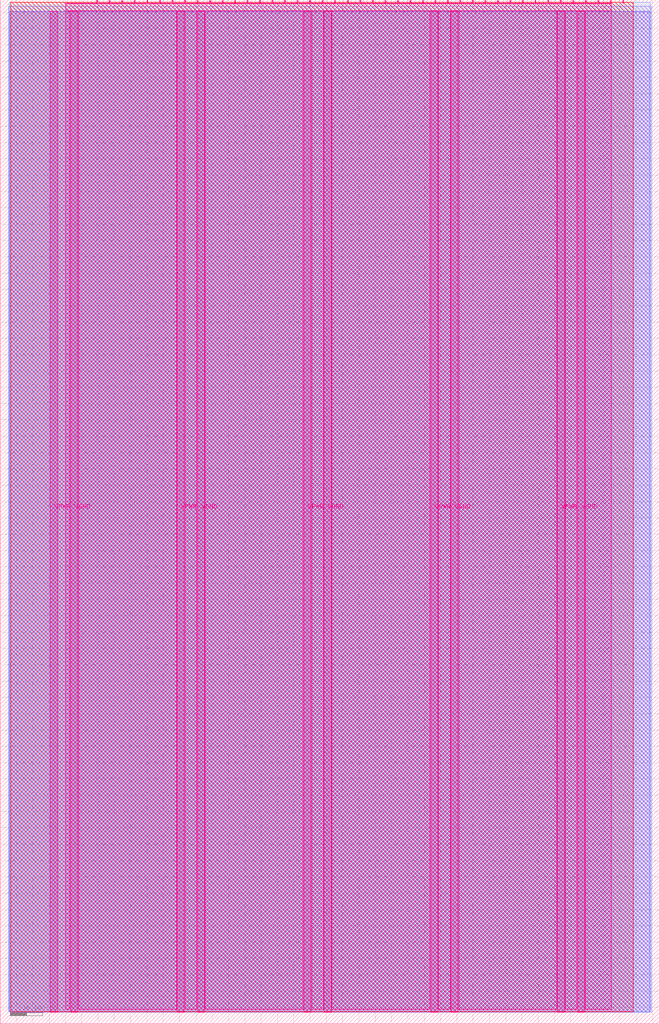
<source format=lef>
VERSION 5.7 ;
  NOWIREEXTENSIONATPIN ON ;
  DIVIDERCHAR "/" ;
  BUSBITCHARS "[]" ;
MACRO tt_um_gfg_development_tinymandelbrot
  CLASS BLOCK ;
  FOREIGN tt_um_gfg_development_tinymandelbrot ;
  ORIGIN 0.000 0.000 ;
  SIZE 202.080 BY 313.740 ;
  PIN VGND
    DIRECTION INOUT ;
    USE GROUND ;
    PORT
      LAYER Metal5 ;
        RECT 21.580 3.560 23.780 310.180 ;
    END
    PORT
      LAYER Metal5 ;
        RECT 60.450 3.560 62.650 310.180 ;
    END
    PORT
      LAYER Metal5 ;
        RECT 99.320 3.560 101.520 310.180 ;
    END
    PORT
      LAYER Metal5 ;
        RECT 138.190 3.560 140.390 310.180 ;
    END
    PORT
      LAYER Metal5 ;
        RECT 177.060 3.560 179.260 310.180 ;
    END
  END VGND
  PIN VPWR
    DIRECTION INOUT ;
    USE POWER ;
    PORT
      LAYER Metal5 ;
        RECT 15.380 3.560 17.580 310.180 ;
    END
    PORT
      LAYER Metal5 ;
        RECT 54.250 3.560 56.450 310.180 ;
    END
    PORT
      LAYER Metal5 ;
        RECT 93.120 3.560 95.320 310.180 ;
    END
    PORT
      LAYER Metal5 ;
        RECT 131.990 3.560 134.190 310.180 ;
    END
    PORT
      LAYER Metal5 ;
        RECT 170.860 3.560 173.060 310.180 ;
    END
  END VPWR
  PIN clk
    DIRECTION INPUT ;
    USE SIGNAL ;
    ANTENNAGATEAREA 0.426400 ;
    PORT
      LAYER Metal5 ;
        RECT 187.050 312.740 187.350 313.740 ;
    END
  END clk
  PIN ena
    DIRECTION INPUT ;
    USE SIGNAL ;
    PORT
      LAYER Metal5 ;
        RECT 190.890 312.740 191.190 313.740 ;
    END
  END ena
  PIN rst_n
    DIRECTION INPUT ;
    USE SIGNAL ;
    ANTENNAGATEAREA 0.180700 ;
    PORT
      LAYER Metal5 ;
        RECT 183.210 312.740 183.510 313.740 ;
    END
  END rst_n
  PIN ui_in[0]
    DIRECTION INPUT ;
    USE SIGNAL ;
    ANTENNAGATEAREA 0.180700 ;
    PORT
      LAYER Metal5 ;
        RECT 179.370 312.740 179.670 313.740 ;
    END
  END ui_in[0]
  PIN ui_in[1]
    DIRECTION INPUT ;
    USE SIGNAL ;
    ANTENNAGATEAREA 0.180700 ;
    PORT
      LAYER Metal5 ;
        RECT 175.530 312.740 175.830 313.740 ;
    END
  END ui_in[1]
  PIN ui_in[2]
    DIRECTION INPUT ;
    USE SIGNAL ;
    ANTENNAGATEAREA 0.180700 ;
    PORT
      LAYER Metal5 ;
        RECT 171.690 312.740 171.990 313.740 ;
    END
  END ui_in[2]
  PIN ui_in[3]
    DIRECTION INPUT ;
    USE SIGNAL ;
    ANTENNAGATEAREA 0.213200 ;
    PORT
      LAYER Metal5 ;
        RECT 167.850 312.740 168.150 313.740 ;
    END
  END ui_in[3]
  PIN ui_in[4]
    DIRECTION INPUT ;
    USE SIGNAL ;
    ANTENNAGATEAREA 0.180700 ;
    PORT
      LAYER Metal5 ;
        RECT 164.010 312.740 164.310 313.740 ;
    END
  END ui_in[4]
  PIN ui_in[5]
    DIRECTION INPUT ;
    USE SIGNAL ;
    ANTENNAGATEAREA 0.180700 ;
    PORT
      LAYER Metal5 ;
        RECT 160.170 312.740 160.470 313.740 ;
    END
  END ui_in[5]
  PIN ui_in[6]
    DIRECTION INPUT ;
    USE SIGNAL ;
    ANTENNAGATEAREA 0.180700 ;
    PORT
      LAYER Metal5 ;
        RECT 156.330 312.740 156.630 313.740 ;
    END
  END ui_in[6]
  PIN ui_in[7]
    DIRECTION INPUT ;
    USE SIGNAL ;
    ANTENNAGATEAREA 0.180700 ;
    PORT
      LAYER Metal5 ;
        RECT 152.490 312.740 152.790 313.740 ;
    END
  END ui_in[7]
  PIN uio_in[0]
    DIRECTION INPUT ;
    USE SIGNAL ;
    PORT
      LAYER Metal5 ;
        RECT 148.650 312.740 148.950 313.740 ;
    END
  END uio_in[0]
  PIN uio_in[1]
    DIRECTION INPUT ;
    USE SIGNAL ;
    PORT
      LAYER Metal5 ;
        RECT 144.810 312.740 145.110 313.740 ;
    END
  END uio_in[1]
  PIN uio_in[2]
    DIRECTION INPUT ;
    USE SIGNAL ;
    PORT
      LAYER Metal5 ;
        RECT 140.970 312.740 141.270 313.740 ;
    END
  END uio_in[2]
  PIN uio_in[3]
    DIRECTION INPUT ;
    USE SIGNAL ;
    PORT
      LAYER Metal5 ;
        RECT 137.130 312.740 137.430 313.740 ;
    END
  END uio_in[3]
  PIN uio_in[4]
    DIRECTION INPUT ;
    USE SIGNAL ;
    PORT
      LAYER Metal5 ;
        RECT 133.290 312.740 133.590 313.740 ;
    END
  END uio_in[4]
  PIN uio_in[5]
    DIRECTION INPUT ;
    USE SIGNAL ;
    PORT
      LAYER Metal5 ;
        RECT 129.450 312.740 129.750 313.740 ;
    END
  END uio_in[5]
  PIN uio_in[6]
    DIRECTION INPUT ;
    USE SIGNAL ;
    PORT
      LAYER Metal5 ;
        RECT 125.610 312.740 125.910 313.740 ;
    END
  END uio_in[6]
  PIN uio_in[7]
    DIRECTION INPUT ;
    USE SIGNAL ;
    PORT
      LAYER Metal5 ;
        RECT 121.770 312.740 122.070 313.740 ;
    END
  END uio_in[7]
  PIN uio_oe[0]
    DIRECTION OUTPUT ;
    USE SIGNAL ;
    ANTENNADIFFAREA 0.392700 ;
    PORT
      LAYER Metal5 ;
        RECT 56.490 312.740 56.790 313.740 ;
    END
  END uio_oe[0]
  PIN uio_oe[1]
    DIRECTION OUTPUT ;
    USE SIGNAL ;
    ANTENNADIFFAREA 0.392700 ;
    PORT
      LAYER Metal5 ;
        RECT 52.650 312.740 52.950 313.740 ;
    END
  END uio_oe[1]
  PIN uio_oe[2]
    DIRECTION OUTPUT ;
    USE SIGNAL ;
    ANTENNADIFFAREA 0.392700 ;
    PORT
      LAYER Metal5 ;
        RECT 48.810 312.740 49.110 313.740 ;
    END
  END uio_oe[2]
  PIN uio_oe[3]
    DIRECTION OUTPUT ;
    USE SIGNAL ;
    ANTENNADIFFAREA 0.392700 ;
    PORT
      LAYER Metal5 ;
        RECT 44.970 312.740 45.270 313.740 ;
    END
  END uio_oe[3]
  PIN uio_oe[4]
    DIRECTION OUTPUT ;
    USE SIGNAL ;
    ANTENNADIFFAREA 0.392700 ;
    PORT
      LAYER Metal5 ;
        RECT 41.130 312.740 41.430 313.740 ;
    END
  END uio_oe[4]
  PIN uio_oe[5]
    DIRECTION OUTPUT ;
    USE SIGNAL ;
    ANTENNADIFFAREA 0.392700 ;
    PORT
      LAYER Metal5 ;
        RECT 37.290 312.740 37.590 313.740 ;
    END
  END uio_oe[5]
  PIN uio_oe[6]
    DIRECTION OUTPUT ;
    USE SIGNAL ;
    ANTENNADIFFAREA 0.392700 ;
    PORT
      LAYER Metal5 ;
        RECT 33.450 312.740 33.750 313.740 ;
    END
  END uio_oe[6]
  PIN uio_oe[7]
    DIRECTION OUTPUT ;
    USE SIGNAL ;
    ANTENNADIFFAREA 0.392700 ;
    PORT
      LAYER Metal5 ;
        RECT 29.610 312.740 29.910 313.740 ;
    END
  END uio_oe[7]
  PIN uio_out[0]
    DIRECTION OUTPUT ;
    USE SIGNAL ;
    ANTENNAGATEAREA 0.335400 ;
    ANTENNADIFFAREA 0.632400 ;
    PORT
      LAYER Metal5 ;
        RECT 87.210 312.740 87.510 313.740 ;
    END
  END uio_out[0]
  PIN uio_out[1]
    DIRECTION OUTPUT ;
    USE SIGNAL ;
    ANTENNAGATEAREA 0.351000 ;
    ANTENNADIFFAREA 0.632400 ;
    PORT
      LAYER Metal5 ;
        RECT 83.370 312.740 83.670 313.740 ;
    END
  END uio_out[1]
  PIN uio_out[2]
    DIRECTION OUTPUT ;
    USE SIGNAL ;
    ANTENNAGATEAREA 0.335400 ;
    ANTENNADIFFAREA 0.632400 ;
    PORT
      LAYER Metal5 ;
        RECT 79.530 312.740 79.830 313.740 ;
    END
  END uio_out[2]
  PIN uio_out[3]
    DIRECTION OUTPUT ;
    USE SIGNAL ;
    ANTENNAGATEAREA 0.335400 ;
    ANTENNADIFFAREA 0.632400 ;
    PORT
      LAYER Metal5 ;
        RECT 75.690 312.740 75.990 313.740 ;
    END
  END uio_out[3]
  PIN uio_out[4]
    DIRECTION OUTPUT ;
    USE SIGNAL ;
    ANTENNADIFFAREA 0.654800 ;
    PORT
      LAYER Metal5 ;
        RECT 71.850 312.740 72.150 313.740 ;
    END
  END uio_out[4]
  PIN uio_out[5]
    DIRECTION OUTPUT ;
    USE SIGNAL ;
    ANTENNADIFFAREA 0.654800 ;
    PORT
      LAYER Metal5 ;
        RECT 68.010 312.740 68.310 313.740 ;
    END
  END uio_out[5]
  PIN uio_out[6]
    DIRECTION OUTPUT ;
    USE SIGNAL ;
    ANTENNADIFFAREA 0.706800 ;
    PORT
      LAYER Metal5 ;
        RECT 64.170 312.740 64.470 313.740 ;
    END
  END uio_out[6]
  PIN uio_out[7]
    DIRECTION OUTPUT ;
    USE SIGNAL ;
    ANTENNADIFFAREA 0.654800 ;
    PORT
      LAYER Metal5 ;
        RECT 60.330 312.740 60.630 313.740 ;
    END
  END uio_out[7]
  PIN uo_out[0]
    DIRECTION OUTPUT ;
    USE SIGNAL ;
    ANTENNADIFFAREA 1.023000 ;
    PORT
      LAYER Metal5 ;
        RECT 117.930 312.740 118.230 313.740 ;
    END
  END uo_out[0]
  PIN uo_out[1]
    DIRECTION OUTPUT ;
    USE SIGNAL ;
    ANTENNADIFFAREA 0.988000 ;
    PORT
      LAYER Metal5 ;
        RECT 114.090 312.740 114.390 313.740 ;
    END
  END uo_out[1]
  PIN uo_out[2]
    DIRECTION OUTPUT ;
    USE SIGNAL ;
    ANTENNADIFFAREA 0.706800 ;
    PORT
      LAYER Metal5 ;
        RECT 110.250 312.740 110.550 313.740 ;
    END
  END uo_out[2]
  PIN uo_out[3]
    DIRECTION OUTPUT ;
    USE SIGNAL ;
    ANTENNADIFFAREA 1.023000 ;
    PORT
      LAYER Metal5 ;
        RECT 106.410 312.740 106.710 313.740 ;
    END
  END uo_out[3]
  PIN uo_out[4]
    DIRECTION OUTPUT ;
    USE SIGNAL ;
    ANTENNADIFFAREA 1.023000 ;
    PORT
      LAYER Metal5 ;
        RECT 102.570 312.740 102.870 313.740 ;
    END
  END uo_out[4]
  PIN uo_out[5]
    DIRECTION OUTPUT ;
    USE SIGNAL ;
    ANTENNADIFFAREA 1.008100 ;
    PORT
      LAYER Metal5 ;
        RECT 98.730 312.740 99.030 313.740 ;
    END
  END uo_out[5]
  PIN uo_out[6]
    DIRECTION OUTPUT ;
    USE SIGNAL ;
    ANTENNADIFFAREA 1.269200 ;
    PORT
      LAYER Metal5 ;
        RECT 94.890 312.740 95.190 313.740 ;
    END
  END uo_out[6]
  PIN uo_out[7]
    DIRECTION OUTPUT ;
    USE SIGNAL ;
    ANTENNADIFFAREA 0.988000 ;
    PORT
      LAYER Metal5 ;
        RECT 91.050 312.740 91.350 313.740 ;
    END
  END uo_out[7]
  OBS
      LAYER GatPoly ;
        RECT 2.880 3.630 199.200 310.110 ;
      LAYER Metal1 ;
        RECT 2.880 3.560 199.200 310.180 ;
      LAYER Metal2 ;
        RECT 2.605 3.680 199.620 311.740 ;
      LAYER Metal3 ;
        RECT 2.780 3.635 199.300 313.045 ;
      LAYER Metal4 ;
        RECT 3.215 3.680 194.065 313.000 ;
      LAYER Metal5 ;
        RECT 20.060 312.530 29.400 312.740 ;
        RECT 30.120 312.530 33.240 312.740 ;
        RECT 33.960 312.530 37.080 312.740 ;
        RECT 37.800 312.530 40.920 312.740 ;
        RECT 41.640 312.530 44.760 312.740 ;
        RECT 45.480 312.530 48.600 312.740 ;
        RECT 49.320 312.530 52.440 312.740 ;
        RECT 53.160 312.530 56.280 312.740 ;
        RECT 57.000 312.530 60.120 312.740 ;
        RECT 60.840 312.530 63.960 312.740 ;
        RECT 64.680 312.530 67.800 312.740 ;
        RECT 68.520 312.530 71.640 312.740 ;
        RECT 72.360 312.530 75.480 312.740 ;
        RECT 76.200 312.530 79.320 312.740 ;
        RECT 80.040 312.530 83.160 312.740 ;
        RECT 83.880 312.530 87.000 312.740 ;
        RECT 87.720 312.530 90.840 312.740 ;
        RECT 91.560 312.530 94.680 312.740 ;
        RECT 95.400 312.530 98.520 312.740 ;
        RECT 99.240 312.530 102.360 312.740 ;
        RECT 103.080 312.530 106.200 312.740 ;
        RECT 106.920 312.530 110.040 312.740 ;
        RECT 110.760 312.530 113.880 312.740 ;
        RECT 114.600 312.530 117.720 312.740 ;
        RECT 118.440 312.530 121.560 312.740 ;
        RECT 122.280 312.530 125.400 312.740 ;
        RECT 126.120 312.530 129.240 312.740 ;
        RECT 129.960 312.530 133.080 312.740 ;
        RECT 133.800 312.530 136.920 312.740 ;
        RECT 137.640 312.530 140.760 312.740 ;
        RECT 141.480 312.530 144.600 312.740 ;
        RECT 145.320 312.530 148.440 312.740 ;
        RECT 149.160 312.530 152.280 312.740 ;
        RECT 153.000 312.530 156.120 312.740 ;
        RECT 156.840 312.530 159.960 312.740 ;
        RECT 160.680 312.530 163.800 312.740 ;
        RECT 164.520 312.530 167.640 312.740 ;
        RECT 168.360 312.530 171.480 312.740 ;
        RECT 172.200 312.530 175.320 312.740 ;
        RECT 176.040 312.530 179.160 312.740 ;
        RECT 179.880 312.530 183.000 312.740 ;
        RECT 183.720 312.530 186.840 312.740 ;
        RECT 20.060 310.390 187.300 312.530 ;
        RECT 20.060 4.475 21.370 310.390 ;
        RECT 23.990 4.475 54.040 310.390 ;
        RECT 56.660 4.475 60.240 310.390 ;
        RECT 62.860 4.475 92.910 310.390 ;
        RECT 95.530 4.475 99.110 310.390 ;
        RECT 101.730 4.475 131.780 310.390 ;
        RECT 134.400 4.475 137.980 310.390 ;
        RECT 140.600 4.475 170.650 310.390 ;
        RECT 173.270 4.475 176.850 310.390 ;
        RECT 179.470 4.475 187.300 310.390 ;
  END
END tt_um_gfg_development_tinymandelbrot
END LIBRARY


</source>
